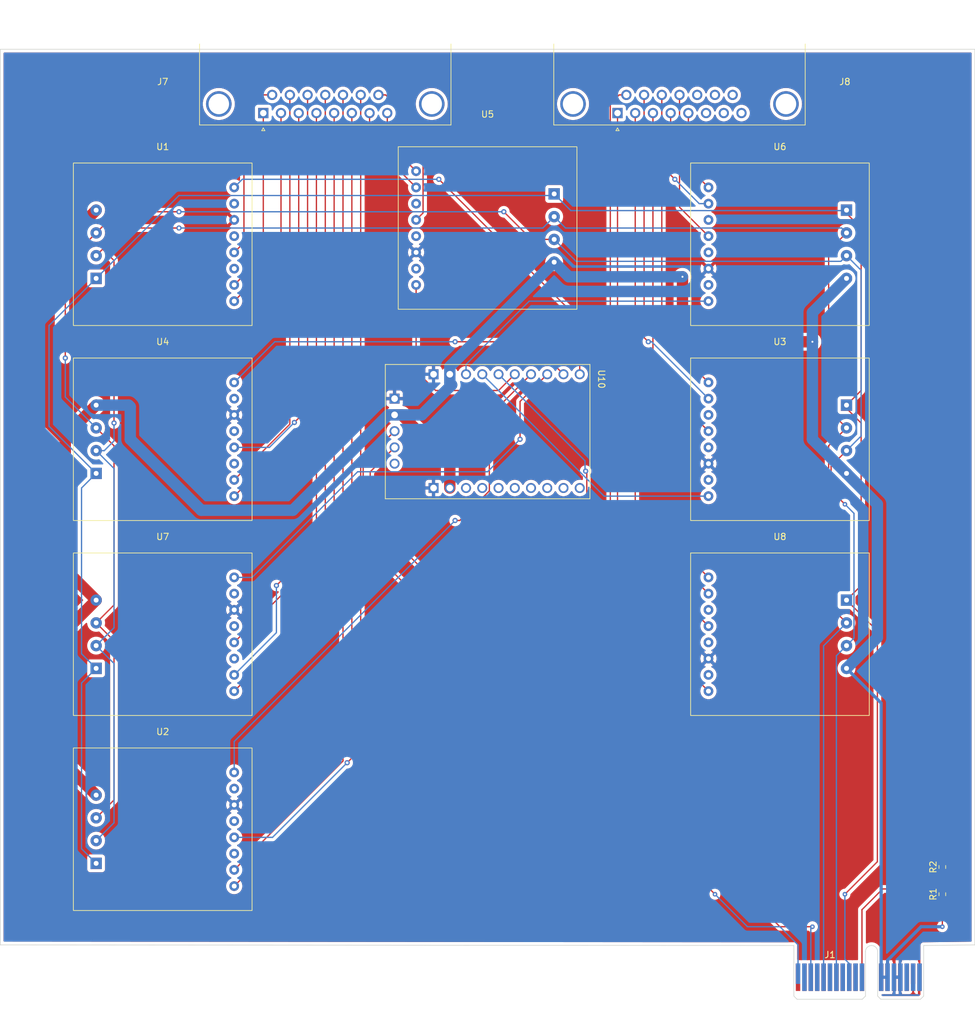
<source format=kicad_pcb>
(kicad_pcb (version 20211014) (generator pcbnew)
  (layers (0 "F.Cu" signal) (31 "B.Cu" signal) (34 "B.Paste" user) (35 "F.Paste" user) (36 "B.SilkS" user "B.Silkscreen") (37 "F.SilkS" user "F.Silkscreen") (38 "B.Mask" user) (39 "F.Mask" user) (44 "Edge.Cuts" user))
  (net 0 "")
  (net 1 "/RTD1_RTD+")
  (net 2 "/RTD1_RTD-")
  (net 3 "/RTD2_F+")
  (net 4 "/RTD6_RTD+")
  (net 5 "/RTD6_RTD-")
  (net 6 "/RTD7_F+")
  (net 7 "+3.3V")
  (net 8 "/RTD1_CS")
  (net 10 "GND")
  (net 12 "/RTD1_F+")
  (net 13 "/RTD4_CS")
  (net 16 "/RTD4_F+")
  (net 17 "/RTD4_RTD+")
  (net 18 "/RTD4_RTD-")
  (net 19 "/RTD7_CS")
  (net 22 "/RTD7_RTD+")
  (net 23 "/RTD7_RTD-")
  (net 24 "/SPI_MISO")
  (net 25 "/SPI_SCK")
  (net 26 "/SPI_MOSI")
  (net 27 "/RTD2_CS")
  (net 30 "/RTD2_RTD+")
  (net 31 "/RTD2_RTD-")
  (net 32 "/RTD5_CS")
  (net 35 "/RTD5_F+")
  (net 37 "/RTD5_RTD+")
  (net 38 "/RTD5_RTD-")
  (net 39 "/RTD8_CS")
  (net 42 "/RTD8_F+")
  (net 43 "/RTD8_RTD+")
  (net 44 "/RTD8_RTD-")
  (net 45 "/RTD3_CS")
  (net 48 "/RTD3_F+")
  (net 49 "/RTD3_RTD+")
  (net 50 "/RTD3_RTD-")
  (net 51 "/RTD6_CS")
  (net 54 "/RTD6_F+")
  (net 55 "/IO_EXP_SD")
  (net 56 "/IO_EXP_SC")
  (net 102 "/BOARD_ID")
  (footprint "MAX31865_Breakout:MAX31865_Breakout" (layer "F.Cu") (at 101.6 43.18 -90)
    (fp_text reference "U5" (at -17.78 0 unlocked) (layer "F.SilkS"))
    (fp_text value "MAX31865")
    (pad "1" thru_hole circle (at 5.334 -10.414) (size 1.778 1.778) (drill 0.762) (layers *.Cu *.Mask) (net 7 "+3.3V"))
    (pad "2" thru_hole circle (at 1.778 -10.414) (size 1.778 1.778) (drill 0.762) (layers *.Cu *.Mask) (net 25 "/SPI_SCK"))
    (pad "3" thru_hole circle (at -1.778 -10.414) (size 1.778 1.778) (drill 0.762) (layers *.Cu *.Mask) (net 24 "/SPI_MISO"))
    (pad "4" thru_hole rect (at -5.334 -10.414) (size 1.778 1.778) (drill 0.762) (layers *.Cu *.Mask) (net 26 "/SPI_MOSI"))
    (pad "5" thru_hole circle (at 8.89 11.176) (size 1.524 1.524) (drill 0.762) (layers *.Cu *.Mask) (net 32 "/RTD5_CS"))
    (pad "6" thru_hole circle (at 6.35 11.176) (size 1.524 1.524) (drill 0.762) (layers *.Cu *.Mask))
    (pad "7" thru_hole circle (at 3.81 11.176) (size 1.524 1.524) (drill 0.762) (layers *.Cu *.Mask) (net 10 "GND"))
    (pad "8" thru_hole circle (at 1.27 11.176) (size 1.524 1.524) (drill 0.762) (layers *.Cu *.Mask))
    (pad "9" thru_hole circle (at -1.27 11.176) (size 1.524 1.524) (drill 0.762) (layers *.Cu *.Mask) (net 35 "/RTD5_F+"))
    (pad "10" thru_hole circle (at -3.81 11.176) (size 1.524 1.524) (drill 0.762) (layers *.Cu *.Mask))
    (pad "11" thru_hole circle (at -6.35 11.176) (size 1.524 1.524) (drill 0.762) (layers *.Cu *.Mask) (net 37 "/RTD5_RTD+"))
    (pad "12" thru_hole circle (at -8.89 11.176) (size 1.524 1.524) (drill 0.762) (layers *.Cu *.Mask) (net 38 "/RTD5_RTD-"))
  )
  (footprint "DSUB_622-015-260-042:DSUB_622-015-260-042" (layer "F.Cu") (at 66.525 25.210331 180)
    (fp_text reference "J7" (at 15.725 4.890331) (layer "F.SilkS"))
    (fp_text value "DSUB1")
    (pad "0" thru_hole circle (at 6.955 1.42 180) (size 4 4) (drill 3.2) (layers *.Cu *.Mask))
    (pad "0" thru_hole circle (at -26.345 1.42 180) (size 4 4) (drill 3.2) (layers *.Cu *.Mask))
    (pad "1" thru_hole rect (at 0 0 180) (size 1.6 1.6) (drill 1) (layers *.Cu *.Mask) (net 1 "/RTD1_RTD+"))
    (pad "2" thru_hole circle (at -2.77 0 180) (size 1.6 1.6) (drill 1) (layers *.Cu *.Mask) (net 2 "/RTD1_RTD-"))
    (pad "3" thru_hole circle (at -5.54 0 180) (size 1.6 1.6) (drill 1) (layers *.Cu *.Mask) (net 3 "/RTD2_F+"))
    (pad "4" thru_hole circle (at -8.31 0 180) (size 1.6 1.6) (drill 1) (layers *.Cu *.Mask) (net 49 "/RTD3_RTD+"))
    (pad "5" thru_hole circle (at -11.08 0 180) (size 1.6 1.6) (drill 1) (layers *.Cu *.Mask) (net 50 "/RTD3_RTD-"))
    (pad "6" thru_hole circle (at -13.85 0 180) (size 1.6 1.6) (drill 1) (layers *.Cu *.Mask) (net 16 "/RTD4_F+"))
    (pad "7" thru_hole circle (at -16.62 0 180) (size 1.6 1.6) (drill 1) (layers *.Cu *.Mask) (net 37 "/RTD5_RTD+"))
    (pad "8" thru_hole circle (at -19.39 0 180) (size 1.6 1.6) (drill 1) (layers *.Cu *.Mask) (net 38 "/RTD5_RTD-"))
    (pad "9" thru_hole circle (at -1.385 2.84 180) (size 1.6 1.6) (drill 1) (layers *.Cu *.Mask) (net 12 "/RTD1_F+"))
    (pad "10" thru_hole circle (at -4.155 2.84 180) (size 1.6 1.6) (drill 1) (layers *.Cu *.Mask) (net 30 "/RTD2_RTD+"))
    (pad "11" thru_hole circle (at -6.925 2.84 180) (size 1.6 1.6) (drill 1) (layers *.Cu *.Mask) (net 31 "/RTD2_RTD-"))
    (pad "12" thru_hole circle (at -9.695 2.84 180) (size 1.6 1.6) (drill 1) (layers *.Cu *.Mask) (net 48 "/RTD3_F+"))
    (pad "13" thru_hole circle (at -12.465 2.84 180) (size 1.6 1.6) (drill 1) (layers *.Cu *.Mask) (net 17 "/RTD4_RTD+"))
    (pad "14" thru_hole circle (at -15.235 2.84 180) (size 1.6 1.6) (drill 1) (layers *.Cu *.Mask) (net 18 "/RTD4_RTD-"))
    (pad "15" thru_hole circle (at -18.005 2.84 180) (size 1.6 1.6) (drill 1) (layers *.Cu *.Mask) (net 35 "/RTD5_F+"))
  )
  (footprint "MAX31865_Breakout:MAX31865_Breakout" (layer "F.Cu") (at 50.8 45.72 90)
    (fp_text reference "U1" (at 15.24 0 unlocked) (layer "F.SilkS"))
    (fp_text value "MAX31865")
    (pad "1" thru_hole circle (at 5.334 -10.414 180) (size 1.778 1.778) (drill 0.762) (layers *.Cu *.Mask) (net 7 "+3.3V"))
    (pad "2" thru_hole circle (at 1.778 -10.414 180) (size 1.778 1.778) (drill 0.762) (layers *.Cu *.Mask) (net 25 "/SPI_SCK"))
    (pad "3" thru_hole circle (at -1.778 -10.414 180) (size 1.778 1.778) (drill 0.762) (layers *.Cu *.Mask) (net 24 "/SPI_MISO"))
    (pad "4" thru_hole rect (at -5.334 -10.414 180) (size 1.778 1.778) (drill 0.762) (layers *.Cu *.Mask) (net 26 "/SPI_MOSI"))
    (pad "5" thru_hole circle (at 8.89 11.176 180) (size 1.524 1.524) (drill 0.762) (layers *.Cu *.Mask) (net 8 "/RTD1_CS"))
    (pad "6" thru_hole circle (at 6.35 11.176 180) (size 1.524 1.524) (drill 0.762) (layers *.Cu *.Mask))
    (pad "7" thru_hole circle (at 3.81 11.176 180) (size 1.524 1.524) (drill 0.762) (layers *.Cu *.Mask) (net 10 "GND"))
    (pad "8" thru_hole circle (at 1.27 11.176 180) (size 1.524 1.524) (drill 0.762) (layers *.Cu *.Mask))
    (pad "9" thru_hole circle (at -1.27 11.176 180) (size 1.524 1.524) (drill 0.762) (layers *.Cu *.Mask) (net 12 "/RTD1_F+"))
    (pad "10" thru_hole circle (at -3.81 11.176 180) (size 1.524 1.524) (drill 0.762) (layers *.Cu *.Mask))
    (pad "11" thru_hole circle (at -6.35 11.176 180) (size 1.524 1.524) (drill 0.762) (layers *.Cu *.Mask) (net 1 "/RTD1_RTD+"))
    (pad "12" thru_hole circle (at -8.89 11.176 180) (size 1.524 1.524) (drill 0.762) (layers *.Cu *.Mask) (net 2 "/RTD1_RTD-"))
  )
  (footprint "MAX31865_Breakout:MAX31865_Breakout" (layer "F.Cu") (at 147.32 76.2 -90)
    (fp_text reference "U3" (at -15.24 0 unlocked) (layer "F.SilkS"))
    (fp_text value "MAX31865")
    (pad "1" thru_hole circle (at 5.334 -10.414) (size 1.778 1.778) (drill 0.762) (layers *.Cu *.Mask) (net 7 "+3.3V"))
    (pad "2" thru_hole circle (at 1.778 -10.414) (size 1.778 1.778) (drill 0.762) (layers *.Cu *.Mask) (net 25 "/SPI_SCK"))
    (pad "3" thru_hole circle (at -1.778 -10.414) (size 1.778 1.778) (drill 0.762) (layers *.Cu *.Mask) (net 24 "/SPI_MISO"))
    (pad "4" thru_hole rect (at -5.334 -10.414) (size 1.778 1.778) (drill 0.762) (layers *.Cu *.Mask) (net 26 "/SPI_MOSI"))
    (pad "5" thru_hole circle (at 8.89 11.176) (size 1.524 1.524) (drill 0.762) (layers *.Cu *.Mask) (net 19 "/RTD7_CS"))
    (pad "6" thru_hole circle (at 6.35 11.176) (size 1.524 1.524) (drill 0.762) (layers *.Cu *.Mask))
    (pad "7" thru_hole circle (at 3.81 11.176) (size 1.524 1.524) (drill 0.762) (layers *.Cu *.Mask) (net 10 "GND"))
    (pad "8" thru_hole circle (at 1.27 11.176) (size 1.524 1.524) (drill 0.762) (layers *.Cu *.Mask))
    (pad "9" thru_hole circle (at -1.27 11.176) (size 1.524 1.524) (drill 0.762) (layers *.Cu *.Mask) (net 6 "/RTD7_F+"))
    (pad "10" thru_hole circle (at -3.81 11.176) (size 1.524 1.524) (drill 0.762) (layers *.Cu *.Mask))
    (pad "11" thru_hole circle (at -6.35 11.176) (size 1.524 1.524) (drill 0.762) (layers *.Cu *.Mask) (net 22 "/RTD7_RTD+"))
    (pad "12" thru_hole circle (at -8.89 11.176) (size 1.524 1.524) (drill 0.762) (layers *.Cu *.Mask) (net 23 "/RTD7_RTD-"))
  )
  (footprint "MAX31865_Breakout:MAX31865_Breakout" (layer "F.Cu") (at 50.8 106.68 90)
    (fp_text reference "U7" (at 15.24 0 unlocked) (layer "F.SilkS"))
    (fp_text value "MAX31865")
    (pad "1" thru_hole circle (at 5.334 -10.414 180) (size 1.778 1.778) (drill 0.762) (layers *.Cu *.Mask) (net 7 "+3.3V"))
    (pad "2" thru_hole circle (at 1.778 -10.414 180) (size 1.778 1.778) (drill 0.762) (layers *.Cu *.Mask) (net 25 "/SPI_SCK"))
    (pad "3" thru_hole circle (at -1.778 -10.414 180) (size 1.778 1.778) (drill 0.762) (layers *.Cu *.Mask) (net 24 "/SPI_MISO"))
    (pad "4" thru_hole rect (at -5.334 -10.414 180) (size 1.778 1.778) (drill 0.762) (layers *.Cu *.Mask) (net 26 "/SPI_MOSI"))
    (pad "5" thru_hole circle (at 8.89 11.176 180) (size 1.524 1.524) (drill 0.762) (layers *.Cu *.Mask) (net 45 "/RTD3_CS"))
    (pad "6" thru_hole circle (at 6.35 11.176 180) (size 1.524 1.524) (drill 0.762) (layers *.Cu *.Mask))
    (pad "7" thru_hole circle (at 3.81 11.176 180) (size 1.524 1.524) (drill 0.762) (layers *.Cu *.Mask) (net 10 "GND"))
    (pad "8" thru_hole circle (at 1.27 11.176 180) (size 1.524 1.524) (drill 0.762) (layers *.Cu *.Mask))
    (pad "9" thru_hole circle (at -1.27 11.176 180) (size 1.524 1.524) (drill 0.762) (layers *.Cu *.Mask) (net 48 "/RTD3_F+"))
    (pad "10" thru_hole circle (at -3.81 11.176 180) (size 1.524 1.524) (drill 0.762) (layers *.Cu *.Mask))
    (pad "11" thru_hole circle (at -6.35 11.176 180) (size 1.524 1.524) (drill 0.762) (layers *.Cu *.Mask) (net 49 "/RTD3_RTD+"))
    (pad "12" thru_hole circle (at -8.89 11.176 180) (size 1.524 1.524) (drill 0.762) (layers *.Cu *.Mask) (net 50 "/RTD3_RTD-"))
  )
  (footprint "MAX31865_Breakout:MAX31865_Breakout" (layer "F.Cu") (at 147.32 45.72 -90)
    (fp_text reference "U6" (at -15.24 0 unlocked) (layer "F.SilkS"))
    (fp_text value "MAX31865")
    (pad "1" thru_hole circle (at 5.334 -10.414) (size 1.778 1.778) (drill 0.762) (layers *.Cu *.Mask) (net 7 "+3.3V"))
    (pad "2" thru_hole circle (at 1.778 -10.414) (size 1.778 1.778) (drill 0.762) (layers *.Cu *.Mask) (net 25 "/SPI_SCK"))
    (pad "3" thru_hole circle (at -1.778 -10.414) (size 1.778 1.778) (drill 0.762) (layers *.Cu *.Mask) (net 24 "/SPI_MISO"))
    (pad "4" thru_hole rect (at -5.334 -10.414) (size 1.778 1.778) (drill 0.762) (layers *.Cu *.Mask) (net 26 "/SPI_MOSI"))
    (pad "5" thru_hole circle (at 8.89 11.176) (size 1.524 1.524) (drill 0.762) (layers *.Cu *.Mask) (net 39 "/RTD8_CS"))
    (pad "6" thru_hole circle (at 6.35 11.176) (size 1.524 1.524) (drill 0.762) (layers *.Cu *.Mask))
    (pad "7" thru_hole circle (at 3.81 11.176) (size 1.524 1.524) (drill 0.762) (layers *.Cu *.Mask) (net 10 "GND"))
    (pad "8" thru_hole circle (at 1.27 11.176) (size 1.524 1.524) (drill 0.762) (layers *.Cu *.Mask))
    (pad "9" thru_hole circle (at -1.27 11.176) (size 1.524 1.524) (drill 0.762) (layers *.Cu *.Mask) (net 42 "/RTD8_F+"))
    (pad "10" thru_hole circle (at -3.81 11.176) (size 1.524 1.524) (drill 0.762) (layers *.Cu *.Mask))
    (pad "11" thru_hole circle (at -6.35 11.176) (size 1.524 1.524) (drill 0.762) (layers *.Cu *.Mask) (net 43 "/RTD8_RTD+"))
    (pad "12" thru_hole circle (at -8.89 11.176) (size 1.524 1.524) (drill 0.762) (layers *.Cu *.Mask) (net 44 "/RTD8_RTD-"))
  )
  (footprint "MAX31865_Breakout:MAX31865_Breakout" (layer "F.Cu") (at 50.8 76.2 90)
    (fp_text reference "U4" (at 15.24 0 unlocked) (layer "F.SilkS"))
    (fp_text value "MAX31865")
    (pad "1" thru_hole circle (at 5.334 -10.414 180) (size 1.778 1.778) (drill 0.762) (layers *.Cu *.Mask) (net 7 "+3.3V"))
    (pad "2" thru_hole circle (at 1.778 -10.414 180) (size 1.778 1.778) (drill 0.762) (layers *.Cu *.Mask) (net 25 "/SPI_SCK"))
    (pad "3" thru_hole circle (at -1.778 -10.414 180) (size 1.778 1.778) (drill 0.762) (layers *.Cu *.Mask) (net 24 "/SPI_MISO"))
    (pad "4" thru_hole rect (at -5.334 -10.414 180) (size 1.778 1.778) (drill 0.762) (layers *.Cu *.Mask) (net 26 "/SPI_MOSI"))
    (pad "5" thru_hole circle (at 8.89 11.176 180) (size 1.524 1.524) (drill 0.762) (layers *.Cu *.Mask) (net 27 "/RTD2_CS"))
    (pad "6" thru_hole circle (at 6.35 11.176 180) (size 1.524 1.524) (drill 0.762) (layers *.Cu *.Mask))
    (pad "7" thru_hole circle (at 3.81 11.176 180) (size 1.524 1.524) (drill 0.762) (layers *.Cu *.Mask) (net 10 "GND"))
    (pad "8" thru_hole circle (at 1.27 11.176 180) (size 1.524 1.524) (drill 0.762) (layers *.Cu *.Mask))
    (pad "9" thru_hole circle (at -1.27 11.176 180) (size 1.524 1.524) (drill 0.762) (layers *.Cu *.Mask) (net 3 "/RTD2_F+"))
    (pad "10" thru_hole circle (at -3.81 11.176 180) (size 1.524 1.524) (drill 0.762) (layers *.Cu *.Mask))
    (pad "11" thru_hole circle (at -6.35 11.176 180) (size 1.524 1.524) (drill 0.762) (layers *.Cu *.Mask) (net 30 "/RTD2_RTD+"))
    (pad "12" thru_hole circle (at -8.89 11.176 180) (size 1.524 1.524) (drill 0.762) (layers *.Cu *.Mask) (net 31 "/RTD2_RTD-"))
  )
  (footprint "Resistor_SMD:R_0603_1608Metric" (layer "F.Cu") (at 172.72 143.065 90)
    (fp_text reference "R2" (at 0 -1.43 90) (layer "F.SilkS"))
    (fp_text value "650")
    (pad "1" smd roundrect (at -0.825 0 90) (size 0.8 0.95) (layers "F.Cu" "F.Paste" "F.Mask") (net 102 "/BOARD_ID"))
    (pad "2" smd roundrect (at 0.825 0 90) (size 0.8 0.95) (layers "F.Cu" "F.Paste" "F.Mask") (net 10 "GND"))
  )
  (footprint "MAX31865_Breakout:MAX31865_Breakout" (layer "F.Cu") (at 50.8 137.16 90)
    (fp_text reference "U2" (at 15.24 0 unlocked) (layer "F.SilkS"))
    (fp_text value "MAX31865")
    (pad "1" thru_hole circle (at 5.334 -10.414 180) (size 1.778 1.778) (drill 0.762) (layers *.Cu *.Mask) (net 7 "+3.3V"))
    (pad "2" thru_hole circle (at 1.778 -10.414 180) (size 1.778 1.778) (drill 0.762) (layers *.Cu *.Mask) (net 25 "/SPI_SCK"))
    (pad "3" thru_hole circle (at -1.778 -10.414 180) (size 1.778 1.778) (drill 0.762) (layers *.Cu *.Mask) (net 24 "/SPI_MISO"))
    (pad "4" thru_hole rect (at -5.334 -10.414 180) (size 1.778 1.778) (drill 0.762) (layers *.Cu *.Mask) (net 26 "/SPI_MOSI"))
    (pad "5" thru_hole circle (at 8.89 11.176 180) (size 1.524 1.524) (drill 0.762) (layers *.Cu *.Mask) (net 13 "/RTD4_CS"))
    (pad "6" thru_hole circle (at 6.35 11.176 180) (size 1.524 1.524) (drill 0.762) (layers *.Cu *.Mask))
    (pad "7" thru_hole circle (at 3.81 11.176 180) (size 1.524 1.524) (drill 0.762) (layers *.Cu *.Mask) (net 10 "GND"))
    (pad "8" thru_hole circle (at 1.27 11.176 180) (size 1.524 1.524) (drill 0.762) (layers *.Cu *.Mask))
    (pad "9" thru_hole circle (at -1.27 11.176 180) (size 1.524 1.524) (drill 0.762) (layers *.Cu *.Mask) (net 16 "/RTD4_F+"))
    (pad "10" thru_hole circle (at -3.81 11.176 180) (size 1.524 1.524) (drill 0.762) (layers *.Cu *.Mask))
    (pad "11" thru_hole circle (at -6.35 11.176 180) (size 1.524 1.524) (drill 0.762) (layers *.Cu *.Mask) (net 17 "/RTD4_RTD+"))
    (pad "12" thru_hole circle (at -8.89 11.176 180) (size 1.524 1.524) (drill 0.762) (layers *.Cu *.Mask) (net 18 "/RTD4_RTD-"))
  )
  (footprint "DSUB_622-015-260-042:DSUB_622-015-260-042" (layer "F.Cu") (at 121.92 25.210331 180)
    (fp_text reference "J8" (at -35.56 4.890331) (layer "F.SilkS"))
    (fp_text value "DSUB2")
    (pad "0" thru_hole circle (at -26.345 1.42 180) (size 4 4) (drill 3.2) (layers *.Cu *.Mask))
    (pad "0" thru_hole circle (at 6.955 1.42 180) (size 4 4) (drill 3.2) (layers *.Cu *.Mask))
    (pad "1" thru_hole rect (at 0 0 180) (size 1.6 1.6) (drill 1) (layers *.Cu *.Mask) (net 4 "/RTD6_RTD+"))
    (pad "2" thru_hole circle (at -2.77 0 180) (size 1.6 1.6) (drill 1) (layers *.Cu *.Mask) (net 5 "/RTD6_RTD-"))
    (pad "3" thru_hole circle (at -5.54 0 180) (size 1.6 1.6) (drill 1) (layers *.Cu *.Mask) (net 6 "/RTD7_F+"))
    (pad "4" thru_hole circle (at -8.31 0 180) (size 1.6 1.6) (drill 1) (layers *.Cu *.Mask) (net 43 "/RTD8_RTD+"))
    (pad "5" thru_hole circle (at -11.08 0 180) (size 1.6 1.6) (drill 1) (layers *.Cu *.Mask) (net 44 "/RTD8_RTD-"))
    (pad "6" thru_hole circle (at -13.85 0 180) (size 1.6 1.6) (drill 1) (layers *.Cu *.Mask))
    (pad "7" thru_hole circle (at -16.62 0 180) (size 1.6 1.6) (drill 1) (layers *.Cu *.Mask))
    (pad "8" thru_hole circle (at -19.39 0 180) (size 1.6 1.6) (drill 1) (layers *.Cu *.Mask))
    (pad "9" thru_hole circle (at -1.385 2.84 180) (size 1.6 1.6) (drill 1) (layers *.Cu *.Mask) (net 54 "/RTD6_F+"))
    (pad "10" thru_hole circle (at -4.155 2.84 180) (size 1.6 1.6) (drill 1) (layers *.Cu *.Mask) (net 22 "/RTD7_RTD+"))
    (pad "11" thru_hole circle (at -6.925 2.84 180) (size 1.6 1.6) (drill 1) (layers *.Cu *.Mask) (net 23 "/RTD7_RTD-"))
    (pad "12" thru_hole circle (at -9.695 2.84 180) (size 1.6 1.6) (drill 1) (layers *.Cu *.Mask) (net 42 "/RTD8_F+"))
    (pad "13" thru_hole circle (at -12.465 2.84 180) (size 1.6 1.6) (drill 1) (layers *.Cu *.Mask))
    (pad "14" thru_hole circle (at -15.235 2.84 180) (size 1.6 1.6) (drill 1) (layers *.Cu *.Mask))
    (pad "15" thru_hole circle (at -18.005 2.84 180) (size 1.6 1.6) (drill 1) (layers *.Cu *.Mask))
  )
  (footprint "Resistor_SMD:R_0603_1608Metric" (layer "F.Cu") (at 172.72 147.32 90)
    (fp_text reference "R1" (at 0 -1.43 90) (layer "F.SilkS"))
    (fp_text value "1k")
    (pad "1" smd roundrect (at -0.825 0 90) (size 0.8 0.95) (layers "F.Cu" "F.Paste" "F.Mask") (net 7 "+3.3V"))
    (pad "2" smd roundrect (at 0.825 0 90) (size 0.8 0.95) (layers "F.Cu" "F.Paste" "F.Mask") (net 102 "/BOARD_ID"))
  )
  (footprint "PCF8575_Breakout:PCF8575_Breakout" (layer "F.Cu") (at 85.6125 64.5136 -90)
    (fp_text reference "U10" (at 2.28 -33.8 -90 unlocked) (layer "F.SilkS"))
    (fp_text value "PCF8575_Breakout")
    (pad "1" thru_hole circle (at 1.5264 -30.4 270) (size 1.56 1.56) (drill 1.04) (layers *.Cu *.Mask) (net 8 "/RTD1_CS"))
    (pad "2" thru_hole circle (at 1.5264 -27.86 270) (size 1.56 1.56) (drill 1.04) (layers *.Cu *.Mask) (net 27 "/RTD2_CS"))
    (pad "3" thru_hole circle (at 1.5264 -25.32 270) (size 1.56 1.56) (drill 1.04) (layers *.Cu *.Mask) (net 45 "/RTD3_CS"))
    (pad "4" thru_hole circle (at 1.5264 -22.78 270) (size 1.56 1.56) (drill 1.04) (layers *.Cu *.Mask) (net 13 "/RTD4_CS"))
    (pad "5" thru_hole circle (at 1.5264 -20.24 270) (size 1.56 1.56) (drill 1.04) (layers *.Cu *.Mask) (net 32 "/RTD5_CS"))
    (pad "6" thru_hole circle (at 1.5264 -17.7 270) (size 1.56 1.56) (drill 1.04) (layers *.Cu *.Mask) (net 51 "/RTD6_CS"))
    (pad "7" thru_hole circle (at 1.5264 -15.16 270) (size 1.56 1.56) (drill 1.04) (layers *.Cu *.Mask) (net 19 "/RTD7_CS"))
    (pad "8" thru_hole circle (at 1.5264 -12.62 270) (size 1.56 1.56) (drill 1.04) (layers *.Cu *.Mask) (net 39 "/RTD8_CS"))
    (pad "9" thru_hole circle (at 1.5264 -10.08 270) (size 1.56 1.56) (drill 1.04) (layers *.Cu *.Mask) (net 7 "+3.3V"))
    (pad "10" thru_hole rect (at 1.5264 -7.54 270) (size 1.56 1.56) (drill 1.04) (layers *.Cu *.Mask) (net 10 "GND"))
    (pad "11" thru_hole rect (at 5.3364 -1.444) (size 1.56 1.56) (drill 1.04) (layers *.Cu *.Mask) (net 10 "GND"))
    (pad "12" thru_hole circle (at 7.8764 -1.444) (size 1.56 1.56) (drill 1.04) (layers *.Cu *.Mask) (net 7 "+3.3V"))
    (pad "13" thru_hole circle (at 10.4164 -1.444) (size 1.56 1.56) (drill 1.04) (layers *.Cu *.Mask) (net 55 "/IO_EXP_SD"))
    (pad "14" thru_hole circle (at 12.9564 -1.444) (size 1.56 1.56) (drill 1.04) (layers *.Cu *.Mask) (net 56 "/IO_EXP_SC"))
    (pad "15" thru_hole circle (at 15.4964 -1.444) (size 1.56 1.56) (drill 1.04) (layers *.Cu *.Mask))
    (pad "16" thru_hole rect (at 19.30584 -7.54 270) (size 1.56 1.56) (drill 1.04) (layers *.Cu *.Mask) (net 10 "GND"))
    (pad "17" thru_hole circle (at 19.30584 -10.08 270) (size 1.56 1.56) (drill 1.04) (layers *.Cu *.Mask) (net 7 "+3.3V"))
    (pad "18" thru_hole circle (at 19.30584 -12.62 270) (size 1.56 1.56) (drill 1.04) (layers *.Cu *.Mask))
    (pad "19" thru_hole circle (at 19.30584 -15.16 270) (size 1.56 1.56) (drill 1.04) (layers *.Cu *.Mask))
    (pad "20" thru_hole circle (at 19.30584 -17.7 270) (size 1.56 1.56) (drill 1.04) (layers *.Cu *.Mask))
    (pad "21" thru_hole circle (at 19.30584 -20.24 270) (size 1.56 1.56) (drill 1.04) (layers *.Cu *.Mask))
    (pad "22" thru_hole circle (at 19.30584 -22.78 270) (size 1.56 1.56) (drill 1.04) (layers *.Cu *.Mask))
    (pad "23" thru_hole circle (at 19.30584 -25.32 270) (size 1.56 1.56) (drill 1.04) (layers *.Cu *.Mask))
    (pad "24" thru_hole circle (at 19.30584 -27.86 270) (size 1.56 1.56) (drill 1.04) (layers *.Cu *.Mask))
    (pad "25" thru_hole circle (at 19.30584 -30.4 270) (size 1.56 1.56) (drill 1.04) (layers *.Cu *.Mask))
  )
  (footprint "MAX31865_Breakout:MAX31865_Breakout" (layer "F.Cu") (at 147.32 106.68 -90)
    (fp_text reference "U8" (at -15.24 0 unlocked) (layer "F.SilkS"))
    (fp_text value "MAX31865")
    (pad "1" thru_hole circle (at 5.334 -10.414) (size 1.778 1.778) (drill 0.762) (layers *.Cu *.Mask) (net 7 "+3.3V"))
    (pad "2" thru_hole circle (at 1.778 -10.414) (size 1.778 1.778) (drill 0.762) (layers *.Cu *.Mask) (net 25 "/SPI_SCK"))
    (pad "3" thru_hole circle (at -1.778 -10.414) (size 1.778 1.778) (drill 0.762) (layers *.Cu *.Mask) (net 24 "/SPI_MISO"))
    (pad "4" thru_hole rect (at -5.334 -10.414) (size 1.778 1.778) (drill 0.762) (layers *.Cu *.Mask) (net 26 "/SPI_MOSI"))
    (pad "5" thru_hole circle (at 8.89 11.176) (size 1.524 1.524) (drill 0.762) (layers *.Cu *.Mask) (net 51 "/RTD6_CS"))
    (pad "6" thru_hole circle (at 6.35 11.176) (size 1.524 1.524) (drill 0.762) (layers *.Cu *.Mask))
    (pad "7" thru_hole circle (at 3.81 11.176) (size 1.524 1.524) (drill 0.762) (layers *.Cu *.Mask) (net 10 "GND"))
    (pad "8" thru_hole circle (at 1.27 11.176) (size 1.524 1.524) (drill 0.762) (layers *.Cu *.Mask))
    (pad "9" thru_hole circle (at -1.27 11.176) (size 1.524 1.524) (drill 0.762) (layers *.Cu *.Mask) (net 54 "/RTD6_F+"))
    (pad "10" thru_hole circle (at -3.81 11.176) (size 1.524 1.524) (drill 0.762) (layers *.Cu *.Mask))
    (pad "11" thru_hole circle (at -6.35 11.176) (size 1.524 1.524) (drill 0.762) (layers *.Cu *.Mask) (net 4 "/RTD6_RTD+"))
    (pad "12" thru_hole circle (at -8.89 11.176) (size 1.524 1.524) (drill 0.762) (layers *.Cu *.Mask) (net 5 "/RTD6_RTD-"))
  )
  (footprint "Connector_PCBEdge:BUS_PCIexpress_x1" (layer "F.Cu") (at 150.15 160.29)
    (fp_text reference "J1" (at 5 -3.5) (layer "F.SilkS"))
    (fp_text value "PCIE-LP-01-01-F-DV-A-TR")
    (fp_line (start 12.45 -4) (end 12.45 2.95) (layer "Edge.Cuts") (width 0.1))
    (fp_line (start -0.15 3.45) (end 10.05 3.45) (layer "Edge.Cuts") (width 0.1))
    (fp_line (start 19.65 2.95) (end 19.15 3.45) (layer "Edge.Cuts") (width 0.1))
    (fp_line (start 12.45 2.95) (end 12.95 3.45) (layer "Edge.Cuts") (width 0.1))
    (fp_line (start 10.55 2.95) (end 10.05 3.45) (layer "Edge.Cuts") (width 0.1))
    (fp_line (start 12.95 3.45) (end 19.15 3.45) (layer "Edge.Cuts") (width 0.1))
    (fp_line (start 10.55 -4) (end 10.55 2.95) (layer "Edge.Cuts") (width 0.1))
    (fp_line (start -0.65 -4.95) (end -0.65 2.95) (layer "Edge.Cuts") (width 0.1))
    (fp_line (start 19.65 -4.95) (end 19.65 2.95) (layer "Edge.Cuts") (width 0.1))
    (fp_line (start -0.65 2.95) (end -0.15 3.45) (layer "Edge.Cuts") (width 0.1))
    (fp_arc (start 10.55 -4) (mid 11.5 -4.95) (end 12.45 -4) (layer "Edge.Cuts") (width 0.1))
    (pad "A1" connect rect (at 0 -0.55) (size 0.7 3.2) (layers "B.Cu" "B.Mask") (net 55 "/IO_EXP_SD"))
    (pad "A2" connect rect (at 1 0) (size 0.7 4.3) (layers "B.Cu" "B.Mask"))
    (pad "A3" connect rect (at 2 0) (size 0.7 4.3) (layers "B.Cu" "B.Mask") (net 56 "/IO_EXP_SC"))
    (pad "A4" connect rect (at 3 0) (size 0.7 4.3) (layers "B.Cu" "B.Mask"))
    (pad "A5" connect rect (at 4 0) (size 0.7 4.3) (layers "B.Cu" "B.Mask") (net 24 "/SPI_MISO"))
    (pad "A6" connect rect (at 5 0) (size 0.7 4.3) (layers "B.Cu" "B.Mask"))
    (pad "A7" connect rect (at 6 0) (size 0.7 4.3) (layers "B.Cu" "B.Mask") (net 25 "/SPI_SCK"))
    (pad "A8" connect rect (at 7 0) (size 0.7 4.3) (layers "B.Cu" "B.Mask"))
    (pad "A9" connect rect (at 8 0) (size 0.7 4.3) (layers "B.Cu" "B.Mask") (net 26 "/SPI_MOSI"))
    (pad "A10" connect rect (at 9 0) (size 0.7 4.3) (layers "B.Cu" "B.Mask"))
    (pad "A11" connect rect (at 10 0) (size 0.7 4.3) (layers "B.Cu" "B.Mask"))
    (pad "A12" connect rect (at 13 0) (size 0.7 4.3) (layers "B.Cu" "B.Mask") (net 7 "+3.3V"))
    (pad "A13" connect rect (at 14 0) (size 0.7 4.3) (layers "B.Cu" "B.Mask") (net 7 "+3.3V"))
    (pad "A14" connect rect (at 15 0) (size 0.7 4.3) (layers "B.Cu" "B.Mask") (net 10 "GND"))
    (pad "A15" connect rect (at 16 0) (size 0.7 4.3) (layers "B.Cu" "B.Mask") (net 10 "GND"))
    (pad "A16" connect rect (at 17 0) (size 0.7 4.3) (layers "B.Cu" "B.Mask"))
    (pad "A17" connect rect (at 18 0) (size 0.7 4.3) (layers "B.Cu" "B.Mask"))
    (pad "A18" connect rect (at 19 0) (size 0.7 4.3) (layers "B.Cu" "B.Mask"))
    (pad "B1" connect rect (at 0 0) (size 0.7 4.3) (layers "F.Cu" "F.Mask"))
    (pad "B2" connect rect (at 1 0) (size 0.7 4.3) (layers "F.Cu" "F.Mask"))
    (pad "B3" connect rect (at 2 0) (size 0.7 4.3) (layers "F.Cu" "F.Mask"))
    (pad "B4" connect rect (at 3 0) (size 0.7 4.3) (layers "F.Cu" "F.Mask"))
    (pad "B5" connect rect (at 4 0) (size 0.7 4.3) (layers "F.Cu" "F.Mask"))
    (pad "B6" connect rect (at 5 0) (size 0.7 4.3) (layers "F.Cu" "F.Mask"))
    (pad "B7" connect rect (at 6 0) (size 0.7 4.3) (layers "F.Cu" "F.Mask"))
    (pad "B8" connect rect (at 7 0) (size 0.7 4.3) (layers "F.Cu" "F.Mask"))
    (pad "B9" connect rect (at 8 0) (size 0.7 4.3) (layers "F.Cu" "F.Mask"))
    (pad "B10" connect rect (at 9 0) (size 0.7 4.3) (layers "F.Cu" "F.Mask"))
    (pad "B11" connect rect (at 10 0) (size 0.7 4.3) (layers "F.Cu" "F.Mask") (net 102 "/BOARD_ID"))
    (pad "B12" connect rect (at 13 0) (size 0.7 4.3) (layers "F.Cu" "F.Mask"))
    (pad "B13" connect rect (at 14 0) (size 0.7 4.3) (layers "F.Cu" "F.Mask"))
    (pad "B14" connect rect (at 15 0) (size 0.7 4.3) (layers "F.Cu" "F.Mask") (net 10 "GND"))
    (pad "B15" connect rect (at 16 0) (size 0.7 4.3) (layers "F.Cu" "F.Mask") (net 10 "GND"))
    (pad "B16" connect rect (at 17 0) (size 0.7 4.3) (layers "F.Cu" "F.Mask"))
    (pad "B17" connect rect (at 18 -0.55) (size 0.7 3.2) (layers "F.Cu" "F.Mask"))
    (pad "B18" connect rect (at 19 0) (size 0.7 4.3) (layers "F.Cu" "F.Mask") (net 10 "GND"))
  )
  (gr_line (start 25.4 15.24) (end 25.4 155.24) (layer "Edge.Cuts") (width 0.1))
  (gr_line (start 25.4 15.24) (end 177.8 15.24) (layer "Edge.Cuts") (width 0.1))
  (gr_line (start 25.4 155.24) (end 149.5 155.34) (layer "Edge.Cuts") (width 0.1))
  (gr_line (start 169.8 155.34) (end 177.8 155.24) (layer "Edge.Cuts") (width 0.1))
  (gr_line (start 177.8 15.24) (end 177.8 155.24) (layer "Edge.Cuts") (width 0.1))
  (segment (start 66.525 47.521) (end 61.976 52.07) (width 0.2032) (layer "F.Cu") (net 1))
  (segment (start 66.525 25.210331) (end 66.525 47.521) (width 0.2032) (layer "F.Cu") (net 1))
  (segment (start 69.295 25.210331) (end 69.295 47.291) (width 0.2032) (layer "F.Cu") (net 2))
  (segment (start 69.295 47.291) (end 61.976 54.61) (width 0.2032) (layer "F.Cu") (net 2))
  (segment (start 72.065 25.210331) (end 72.065 72.888138) (width 0.2032) (layer "F.Cu") (net 3))
  (segment (start 72.065 72.888138) (end 71.3795 73.573638) (width 0.2032) (layer "F.Cu") (net 3))
  (via (at 71.3795 73.573638) (size 0.8) (drill 0.4) (layers "F.Cu" "B.Cu") (net 3))
  (segment (start 67.483138 77.47) (end 61.976 77.47) (width 0.2032) (layer "B.Cu") (net 3))
  (segment (start 71.3795 73.573638) (end 67.483138 77.47) (width 0.2032) (layer "B.Cu") (net 3))
  (segment (start 121.92 86.106) (end 136.144 100.33) (width 0.2032) (layer "F.Cu") (net 4))
  (segment (start 121.92 25.210331) (end 121.92 86.106) (width 0.2032) (layer "F.Cu") (net 4))
  (segment (start 124.69 25.210331) (end 124.69 86.336) (width 0.2032) (layer "F.Cu") (net 5))
  (segment (start 124.69 86.336) (end 136.144 97.79) (width 0.2032) (layer "F.Cu") (net 5))
  (segment (start 127.46 66.246) (end 136.144 74.93) (width 0.2032) (layer "F.Cu") (net 6))
  (segment (start 127.46 25.210331) (end 127.46 66.246) (width 0.2032) (layer "F.Cu") (net 6))
  (segment (start 33.02 73.66) (end 33.02 47.752) (width 1.778) (layer "F.Cu") (net 7))
  (segment (start 35.56 96.52) (end 40.386 101.346) (width 1.778) (layer "F.Cu") (net 7))
  (segment (start 95.6925 79.922914) (end 95.6925 83.81944) (width 1.778) (layer "F.Cu") (net 7))
  (segment (start 35.56 76.2) (end 33.02 73.66) (width 1.778) (layer "F.Cu") (net 7))
  (segment (start 35.56 127) (end 40.386 131.826) (width 1.778) (layer "F.Cu") (net 7))
  (segment (start 87.0565 72.39) (end 88.159586 72.39) (width 1.778) (layer "F.Cu") (net 7))
  (segment (start 88.159586 72.39) (end 95.6925 79.922914) (width 1.778) (layer "F.Cu") (net 7))
  (segment (start 172.72 148.145) (end 172.72 152.4) (width 0.2032) (layer "F.Cu") (net 7))
  (segment (start 40.386 70.866) (end 35.56 75.692) (width 1.778) (layer "F.Cu") (net 7))
  (segment (start 137.16 60.96) (end 152.4 60.96) (width 1.778) (layer "F.Cu") (net 7))
  (segment (start 35.56 75.692) (end 35.56 96.52) (width 1.778) (layer "F.Cu") (net 7))
  (segment (start 132.08 55.88) (end 137.16 60.96) (width 1.778) (layer "F.Cu") (net 7))
  (segment (start 35.56 106.172) (end 35.56 127) (width 1.778) (layer "F.Cu") (net 7))
  (segment (start 132.08 50.8) (end 132.08 55.88) (width 1.778) (layer "F.Cu") (net 7))
  (segment (start 40.386 101.346) (end 35.56 106.172) (width 1.778) (layer "F.Cu") (net 7))
  (segment (start 33.02 47.752) (end 40.386 40.386) (width 1.778) (layer "F.Cu") (net 7))
  (via (at 172.72 152.4) (size 0.7112) (drill 0.3048) (layers "F.Cu" "B.Cu") (net 7))
  (via (at 152.4 60.96) (size 0.7112) (drill 0.3048) (layers "F.Cu" "B.Cu") (net 7))
  (via (at 132.08 50.8) (size 0.7112) (drill 0.3048) (layers "F.Cu" "B.Cu") (net 7))
  (segment (start 152.4 60.96) (end 152.4 56.388) (width 1.778) (layer "B.Cu") (net 7))
  (segment (start 164.15 160.29) (end 164.15 157.64) (width 0.5) (layer "B.Cu") (net 7))
  (segment (start 45.72 71.12) (end 45.72 76.2) (width 1.778) (layer "B.Cu") (net 7))
  (segment (start 87.0565 72.39) (end 91.3025 72.39) (width 1.778) (layer "B.Cu") (net 7))
  (segment (start 45.466 70.866) (end 45.72 71.12) (width 1.778) (layer "B.Cu") (net 7))
  (segment (start 164.15 157.64) (end 168.515 153.275) (width 0.5) (layer "B.Cu") (net 7))
  (segment (start 164.15 160.29) (end 163.15 160.29) (width 0.5) (layer "B.Cu") (net 7))
  (segment (start 152.4 76.2) (end 152.4 60.96) (width 1.778) (layer "B.Cu") (net 7))
  (segment (start 157.734 81.534) (end 162.56 86.36) (width 1.778) (layer "B.Cu") (net 7))
  (segment (start 163.15 117.43) (end 157.734 112.014) (width 0.5) (layer "B.Cu") (net 7))
  (segment (start 169.39 152.4) (end 172.72 152.4) (width 0.5) (layer "B.Cu") (net 7))
  (segment (start 157.734 81.534) (end 152.4 76.2) (width 1.778) (layer "B.Cu") (net 7))
  (segment (start 168.515 153.275) (end 169.39 152.4) (width 0.5) (layer "B.Cu") (net 7))
  (segment (start 86.0478 72.39) (end 87.0565 72.39) (width 1.778) (layer "B.Cu") (net 7))
  (segment (start 163.15 160.29) (end 163.15 117.43) (width 0.5) (layer "B.Cu") (net 7))
  (segment (start 40.386 70.866) (end 45.466 70.866) (width 1.778) (layer "B.Cu") (net 7))
  (segment (start 152.4 56.388) (end 157.734 51.054) (width 1.778) (layer "B.Cu") (net 7))
  (segment (start 91.3025 72.39) (end 95.9825 67.71) (width 1.778) (layer "B.Cu") (net 7))
  (segment (start 162.56 107.188) (end 157.734 112.014) (width 1.778) (layer "B.Cu") (net 7))
  (segment (start 45.72 76.2) (end 56.8198 87.2998) (width 1.778) (layer "B.Cu") (net 7))
  (segment (start 71.138 87.2998) (end 86.0478 72.39) (width 1.778) (layer "B.Cu") (net 7))
  (segment (start 95.6925 64.8355) (end 95.9825 64.5455) (width 1.778) (layer "B.Cu") (net 7))
  (segment (start 112.014 48.514) (end 114.3 50.8) (width 1.778) (layer "B.Cu") (net 7))
  (segment (start 95.6925 66.04) (end 95.6925 64.8355) (width 1.778) (layer "B.Cu") (net 7))
  (segment (start 95.6925 67.42) (end 95.9825 67.71) (width 1.778) (layer "B.Cu") (net 7))
  (segment (start 95.6925 66.04) (end 95.6925 67.42) (width 1.778) (layer "B.Cu") (net 7))
  (segment (start 112.014 48.514) (end 95.9825 64.5455) (width 1.778) (layer "B.Cu") (net 7))
  (segment (start 162.56 86.36) (end 162.56 107.188) (width 1.778) (layer "B.Cu") (net 7))
  (segment (start 56.8198 87.2998) (end 71.138 87.2998) (width 1.778) (layer "B.Cu") (net 7))
  (segment (start 114.3 50.8) (end 132.08 50.8) (width 1.778) (layer "B.Cu") (net 7))
  (segment (start 116.0125 57.5925) (end 116.0125 66.04) (width 0.2032) (layer "F.Cu") (net 8))
  (segment (start 93.98 35.56) (end 116.0125 57.5925) (width 0.2032) (layer "F.Cu") (net 8))
  (via (at 93.98 35.56) (size 0.8) (drill 0.4) (layers "F.Cu" "B.Cu") (net 8))
  (segment (start 61.976 36.83) (end 63.246 35.56) (width 0.2032) (layer "B.Cu") (net 8))
  (segment (start 63.246 35.56) (end 93.98 35.56) (width 0.2032) (layer "B.Cu") (net 8))
  (segment (start 90.424 46.99) (end 93.1525 49.7185) (width 0.2032) (layer "F.Cu") (net 10))
  (segment (start 93.1525 49.7185) (end 93.1525 66.04) (width 0.2032) (layer "F.Cu") (net 10))
  (segment (start 67.91 22.370331) (end 66.529669 22.370331) (width 0.2032) (layer "F.Cu") (net 12))
  (segment (start 63.5 25.4) (end 63.5 45.466) (width 0.2032) (layer "F.Cu") (net 12))
  (segment (start 63.5 45.466) (end 61.976 46.99) (width 0.2032) (layer "F.Cu") (net 12))
  (segment (start 66.529669 22.370331) (end 63.5 25.4) (width 0.2032) (layer "F.Cu") (net 12))
  (segment (start 101.8775 72.555) (end 108.3925 66.04) (width 0.2032) (layer "F.Cu") (net 13))
  (segment (start 96.52 88.9) (end 97.254646 88.9) (width 0.2032) (layer "F.Cu") (net 13))
  (segment (start 97.254646 88.9) (end 101.8775 84.277146) (width 0.2032) (layer "F.Cu") (net 13))
  (segment (start 101.8775 84.277146) (end 101.8775 72.555) (width 0.2032) (layer "F.Cu") (net 13))
  (via (at 96.52 88.9) (size 0.8) (drill 0.4) (layers "F.Cu" "B.Cu") (net 13))
  (segment (start 61.976 128.27) (end 61.976 123.444) (width 0.2032) (layer "B.Cu") (net 13))
  (segment (start 61.976 123.444) (end 96.52 88.9) (width 0.2032) (layer "B.Cu") (net 13))
  (segment (start 80.375 25.210331) (end 80.375 126.024942) (width 0.2032) (layer "F.Cu") (net 16))
  (segment (start 80.375 126.024942) (end 79.636254 126.763688) (width 0.2032) (layer "F.Cu") (net 16))
  (via (at 79.636254 126.763688) (size 0.8) (drill 0.4) (layers "F.Cu" "B.Cu") (net 16))
  (segment (start 67.969942 138.43) (end 61.976 138.43) (width 0.2032) (layer "B.Cu") (net 16))
  (segment (start 79.636254 126.763688) (end 67.969942 138.43) (width 0.2032) (layer "B.Cu") (net 16))
  (segment (start 78.99 126.496) (end 61.976 143.51) (width 0.2032) (layer "F.Cu") (net 17))
  (segment (start 78.99 22.370331) (end 78.99 126.496) (width 0.2032) (layer "F.Cu") (net 17))
  (segment (start 81.76 126.266) (end 61.976 146.05) (width 0.2032) (layer "F.Cu") (net 18))
  (segment (start 81.76 22.370331) (end 81.76 126.266) (width 0.2032) (layer "F.Cu") (net 18))
  (segment (start 136.144 85.09) (end 119.8225 85.09) (width 0.2032) (layer "B.Cu") (net 19))
  (segment (start 119.8225 85.09) (end 100.7725 66.04) (width 0.2032) (layer "B.Cu") (net 19))
  (segment (start 126.075 22.370331) (end 126.075 60.2995) (width 0.2032) (layer "F.Cu") (net 22))
  (segment (start 126.075 60.2995) (end 126.7355 60.96) (width 0.2032) (layer "F.Cu") (net 22))
  (via (at 126.7355 60.96) (size 0.8) (drill 0.4) (layers "F.Cu" "B.Cu") (net 22))
  (segment (start 126.7355 60.96) (end 127.254 60.96) (width 0.2032) (layer "B.Cu") (net 22))
  (segment (start 127.254 60.96) (end 136.144 69.85) (width 0.2032) (layer "B.Cu") (net 22))
  (segment (start 128.845 60.011) (end 136.144 67.31) (width 0.2032) (layer "F.Cu") (net 23))
  (segment (start 128.845 22.370331) (end 128.845 60.011) (width 0.2032) (layer "F.Cu") (net 23))
  (segment (start 44.704 43.18) (end 41.402 46.482) (width 0.2032) (layer "F.Cu") (net 24))
  (segment (start 41.402 46.482) (end 43.18 48.26) (width 0.2032) (layer "F.Cu") (net 24))
  (segment (start 154.94 102.108) (end 157.734 104.902) (width 0.2032) (layer "F.Cu") (net 24))
  (segment (start 157.734 74.422) (end 154.94 77.216) (width 0.2032) (layer "F.Cu") (net 24))
  (segment (start 154.94 71.628) (end 154.94 46.736) (width 0.2032) (layer "F.Cu") (net 24))
  (segment (start 154.94 77.216) (end 154.94 102.108) (width 0.2032) (layer "F.Cu") (net 24))
  (segment (start 41.402 46.482) (end 40.386 47.498) (width 0.2032) (layer "F.Cu") (net 24))
  (segment (start 154.94 46.736) (end 157.734 43.942) (width 0.2032) (layer "F.Cu") (net 24))
  (segment (start 53.34 43.18) (end 44.704 43.18) (width 0.2032) (layer "F.Cu") (net 24))
  (segment (start 43.18 48.26) (end 43.18 73.66) (width 0.2032) (layer "F.Cu") (net 24))
  (segment (start 157.734 74.422) (end 154.94 71.628) (width 0.2032) (layer "F.Cu") (net 24))
  (via (at 53.34 43.18) (size 0.8) (drill 0.4) (layers "F.Cu" "B.Cu") (net 24))
  (via (at 43.18 73.66) (size 0.8) (drill 0.4) (layers "F.Cu" "B.Cu") (net 24))
  (segment (start 40.386 77.978) (end 43.18 80.772) (width 0.2032) (layer "B.Cu") (net 24))
  (segment (start 156.972 43.18) (end 157.734 43.942) (width 0.2032) (layer "B.Cu") (net 24))
  (segment (start 113.792 43.18) (end 156.972 43.18) (width 0.2032) (layer "B.Cu") (net 24))
  (segment (start 41.656 77.978) (end 40.386 77.978) (width 0.2032) (layer "B.Cu") (net 24))
  (segment (start 43.18 111.252) (end 43.18 136.144) (width 0.2032) (layer "B.Cu") (net 24))
  (segment (start 43.18 73.66) (end 43.18 76.454) (width 0.2032) (layer "B.Cu") (net 24))
  (segment (start 43.18 76.454) (end 41.656 77.978) (width 0.2032) (layer "B.Cu") (net 24))
  (segment (start 154.15 108.486) (end 157.734 104.902) (width 0.2032) (layer "B.Cu") (net 24))
  (segment (start 40.386 108.458) (end 43.18 111.252) (width 0.2032) (layer "B.Cu") (net 24))
  (segment (start 154.15 160.29) (end 154.15 108.486) (width 0.2032) (layer "B.Cu") (net 24))
  (segment (start 43.18 105.664) (end 40.386 108.458) (width 0.2032) (layer "B.Cu") (net 24))
  (segment (start 43.18 80.772) (end 43.18 105.664) (width 0.2032) (layer "B.Cu") (net 24))
  (segment (start 110.236 43.18) (end 53.34 43.18) (width 0.2032) (layer "B.Cu") (net 24))
  (segment (start 43.18 136.144) (end 40.386 138.938) (width 0.2032) (layer "B.Cu") (net 24))
  (segment (start 112.014 41.402) (end 113.792 43.18) (width 0.2032) (layer "B.Cu") (net 24))
  (segment (start 112.014 41.402) (end 110.236 43.18) (width 0.2032) (layer "B.Cu") (net 24))
  (segment (start 40.386 74.422) (end 43.18 77.216) (width 0.2032) (layer "F.Cu") (net 25))
  (segment (start 155.321 84.201) (end 155.321 80.391) (width 0.2032) (layer "F.Cu") (net 25))
  (segment (start 40.386 43.942) (end 43.688 40.64) (width 0.2032) (layer "F.Cu") (net 25))
  (segment (start 43.18 107.696) (end 43.18 132.588) (width 0.2032) (layer "F.Cu") (net 25))
  (segment (start 104.14 40.64) (end 108.458 44.958) (width 0.2032) (layer "F.Cu") (net 25))
  (segment (start 40.386 43.942) (end 35.56 48.768) (width 0.2032) (layer "F.Cu") (net 25))
  (segment (start 43.688 40.64) (end 53.34 40.64) (width 0.2032) (layer "F.Cu") (net 25))
  (segment (start 43.18 77.216) (end 43.18 102.108) (width 0.2032) (layer "F.Cu") (net 25))
  (segment (start 108.458 44.958) (end 112.014 44.958) (width 0.2032) (layer "F.Cu") (net 25))
  (segment (start 43.18 102.108) (end 40.386 104.902) (width 0.2032) (layer "F.Cu") (net 25))
  (segment (start 157.48 86.36) (end 155.321 84.201) (width 0.2032) (layer "F.Cu") (net 25))
  (segment (start 35.56 48.768) (end 35.56 63.5) (width 0.2032) (layer "F.Cu") (net 25))
  (segment (start 40.386 104.902) (end 43.18 107.696) (width 0.2032) (layer "F.Cu") (net 25))
  (segment (start 155.321 80.391) (end 157.734 77.978) (width 0.2032) (layer "F.Cu") (net 25))
  (segment (start 43.18 132.588) (end 40.386 135.382) (width 0.2032) (layer "F.Cu") (net 25))
  (via (at 157.48 86.36) (size 0.7112) (drill 0.3048) (layers "F.Cu" "B.Cu") (net 25))
  (via (at 35.56 63.5) (size 0.8) (drill 0.4) (layers "F.Cu" "B.Cu") (net 25))
  (via (at 53.34 40.64) (size 0.8) (drill 0.4) (layers "F.Cu" "B.Cu") (net 25))
  (via (at 104.14 40.64) (size 0.8) (drill 0.4) (layers "F.Cu" "B.Cu") (net 25))
  (segment (start 160.02 49.784) (end 157.734 47.498) (width 0.2032) (layer "B.Cu") (net 25))
  (segment (start 115.442999 48.386999) (end 156.845001 48.386999) (width 0.2032) (layer "B.Cu") (net 25))
  (segment (start 35.56 69.596) (end 35.56 68.58) (width 0.2032) (layer "B.Cu") (net 25))
  (segment (start 157.734 108.458) (end 158.9024 107.2896) (width 0.2032) (layer "B.Cu") (net 25))
  (segment (start 35.56 63.5) (end 35.56 68.58) (width 0.2032) (layer "B.Cu") (net 25))
  (segment (start 157.734 77.978) (end 160.02 75.692) (width 0.2032) (layer "B.Cu") (net 25))
  (segment (start 158.9024 107.2896) (end 158.9024 87.7824) (width 0.2032) (layer "B.Cu") (net 25))
  (segment (start 156.845001 48.386999) (end 157.734 47.498) (width 0.2032) (layer "B.Cu") (net 25))
  (segment (start 112.014 44.958) (end 115.442999 48.386999) (width 0.2032) (layer "B.Cu") (net 25))
  (segment (start 53.34 40.64) (end 104.14 40.64) (width 0.2032) (layer "B.Cu") (net 25))
  (segment (start 40.386 74.422) (end 35.56 69.596) (width 0.2032) (layer "B.Cu") (net 25))
  (segment (start 157.734 108.458) (end 156.15 110.042) (width 0.2032) (layer "B.Cu") (net 25))
  (segment (start 158.9024 87.7824) (end 157.48 86.36) (width 0.2032) (layer "B.Cu") (net 25))
  (segment (start 160.02 75.692) (end 160.02 49.784) (width 0.2032) (layer "B.Cu") (net 25))
  (segment (start 156.15 110.042) (end 156.15 160.29) (width 0.2032) (layer "B.Cu") (net 25))
  (segment (start 157.734 40.386) (end 157.734 40.894) (width 0.2032) (layer "F.Cu") (net 26))
  (segment (start 162.56 142.24) (end 157.48 147.32) (width 0.2032) (layer "F.Cu") (net 26))
  (segment (start 157.734 101.346) (end 162.56 106.172) (width 0.2032) (layer "F.Cu") (net 26))
  (segment (start 160.02 43.18) (end 160.02 68.58) (width 0.2032) (layer "F.Cu") (net 26))
  (segment (start 157.734 71.374) (end 160.02 73.66) (width 0.2032) (layer "F.Cu") (net 26))
  (segment (start 160.02 99.06) (end 157.734 101.346) (width 0.2032) (layer "F.Cu") (net 26))
  (segment (start 160.02 68.58) (end 157.734 70.866) (width 0.2032) (layer "F.Cu") (net 26))
  (segment (start 157.734 70.866) (end 157.734 71.374) (width 0.2032) (layer "F.Cu") (net 26))
  (segment (start 162.56 106.172) (end 162.56 142.24) (width 0.2032) (layer "F.Cu") (net 26))
  (segment (start 157.734 40.894) (end 160.02 43.18) (width 0.2032) (layer "F.Cu") (net 26))
  (segment (start 160.02 73.66) (end 160.02 99.06) (width 0.2032) (layer "F.Cu") (net 26))
  (via (at 157.48 147.32) (size 0.7112) (drill 0.3048) (layers "F.Cu" "B.Cu") (net 26))
  (segment (start 38.1 114.3) (end 38.1 140.208) (width 0.2032) (layer "B.Cu") (net 26))
  (segment (start 33.02 58.42) (end 33.02 74.168) (width 0.2032) (layer "B.Cu") (net 26))
  (segment (start 38.1 140.208) (end 40.386 142.494) (width 0.2032) (layer "B.Cu") (net 26))
  (segment (start 111.76 38.1) (end 112.014 37.846) (width 0.2032) (layer "B.Cu") (net 26))
  (segment (start 40.386 51.054) (end 53.34 38.1) (width 0.2032) (layer "B.Cu") (net 26))
  (segment (start 38.1 109.728) (end 40.386 112.014) (width 0.2032) (layer "B.Cu") (net 26))
  (segment (start 40.386 112.014) (end 38.1 114.3) (width 0.2032) (layer "B.Cu") (net 26))
  (segment (start 40.386 81.534) (end 38.1 83.82) (width 0.2032) (layer "B.Cu") (net 26))
  (segment (start 33.02 74.168) (end 40.386 81.534) (width 0.2032) (layer "B.Cu") (net 26))
  (segment (start 38.1 83.82) (end 38.1 109.728) (width 0.2032) (layer "B.Cu") (net 26))
  (segment (start 157.48 147.32) (end 157.48 157.48) (width 0.2032) (layer "B.Cu") (net 26))
  (segment (start 158.15 158.15) (end 157.48 157.48) (width 0.2032) (layer "B.Cu") (net 26))
  (segment (start 157.734 40.386) (end 157.663 40.457) (width 0.2032) (layer "B.Cu") (net 26))
  (segment (start 114.625 40.457) (end 112.014 37.846) (width 0.2032) (layer "B.Cu") (net 26))
  (segment (start 157.663 40.457) (end 114.625 40.457) (width 0.2032) (layer "B.Cu") (net 26))
  (segment (start 53.34 38.1) (end 111.76 38.1) (width 0.2032) (layer "B.Cu") (net 26))
  (segment (start 40.386 51.054) (end 33.02 58.42) (width 0.2032) (layer "B.Cu") (net 26))
  (segment (start 158.15 160.29) (end 158.15 158.15) (width 0.2032) (layer "B.Cu") (net 26))
  (segment (start 96.52 60.96) (end 108.3925 60.96) (width 0.2032) (layer "F.Cu") (net 27))
  (segment (start 108.3925 60.96) (end 113.4725 66.04) (width 0.2032) (layer "F.Cu") (net 27))
  (via (at 96.52 60.96) (size 0.8) (drill 0.4) (layers "F.Cu" "B.Cu") (net 27))
  (segment (start 68.326 60.96) (end 61.976 67.31) (width 0.2032) (layer "B.Cu") (net 27))
  (segment (start 96.52 60.96) (end 68.326 60.96) (width 0.2032) (layer "B.Cu") (net 27))
  (segment (start 70.68 73.846) (end 61.976 82.55) (width 0.2032) (layer "F.Cu") (net 30))
  (segment (start 70.68 22.370331) (end 70.68 73.846) (width 0.2032) (layer "F.Cu") (net 30))
  (segment (start 73.45 22.370331) (end 73.45 73.616) (width 0.2032) (layer "F.Cu") (net 31))
  (segment (start 73.45 73.616) (end 61.976 85.09) (width 0.2032) (layer "F.Cu") (net 31))
  (segment (start 90.424 65.5215) (end 93.4825 68.58) (width 0.2032) (layer "F.Cu") (net 32))
  (segment (start 90.424 52.07) (end 90.424 65.5215) (width 0.2032) (layer "F.Cu") (net 32))
  (segment (start 93.4825 68.58) (end 103.3125 68.58) (width 0.2032) (layer "F.Cu") (net 32))
  (segment (start 103.3125 68.58) (end 105.8525 66.04) (width 0.2032) (layer "F.Cu") (net 32))
  (segment (start 91.511 40.823) (end 90.424 41.91) (width 0.2032) (layer "F.Cu") (net 35))
  (segment (start 84.53 22.370331) (end 85.66137 22.370331) (width 0.2032) (layer "F.Cu") (net 35))
  (segment (start 85.66137 22.370331) (end 91.511 28.219961) (width 0.2032) (layer "F.Cu") (net 35))
  (segment (start 91.511 28.219961) (end 91.511 40.823) (width 0.2032) (layer "F.Cu") (net 35))
  (segment (start 83.145 29.551) (end 90.424 36.83) (width 0.2032) (layer "F.Cu") (net 37))
  (segment (start 83.145 25.210331) (end 83.145 29.551) (width 0.2032) (layer "F.Cu") (net 37))
  (segment (start 85.915 25.210331) (end 85.915 29.781) (width 0.2032) (layer "F.Cu") (net 38))
  (segment (start 85.915 29.781) (end 90.424 34.29) (width 0.2032) (layer "F.Cu") (net 38))
  (segment (start 98.2325 64.486682) (end 98.2325 66.04) (width 0.2032) (layer "B.Cu") (net 39))
  (segment (start 136.144 54.61) (end 108.109182 54.61) (width 0.2032) (layer "B.Cu") (net 39))
  (segment (start 108.109182 54.61) (end 98.2325 64.486682) (width 0.2032) (layer "B.Cu") (net 39))
  (segment (start 131.615 22.370331) (end 131.615 39.921) (width 0.2032) (layer "F.Cu") (net 42))
  (segment (start 131.615 39.921) (end 136.144 44.45) (width 0.2032) (layer "F.Cu") (net 42))
  (segment (start 130.23 25.210331) (end 130.23 34.8995) (width 0.2032) (layer "F.Cu") (net 43))
  (segment (start 130.23 34.8995) (end 130.8905 35.56) (width 0.2032) (layer "F.Cu") (net 43))
  (via (at 130.8905 35.56) (size 0.8) (drill 0.4) (layers "F.Cu" "B.Cu") (net 43))
  (segment (start 134.7005 39.37) (end 136.144 39.37) (width 0.2032) (layer "B.Cu") (net 43))
  (segment (start 130.8905 35.56) (end 134.7005 39.37) (width 0.2032) (layer "B.Cu") (net 43))
  (segment (start 133 25.210331) (end 133 33.686) (width 0.2032) (layer "F.Cu") (net 44))
  (segment (start 133 33.686) (end 136.144 36.83) (width 0.2032) (layer "F.Cu") (net 44))
  (segment (start 110.9325 66.04) (end 106.68 70.2925) (width 0.2032) (layer "F.Cu") (net 45))
  (segment (start 106.68 70.2925) (end 106.68 76.2) (width 0.2032) (layer "F.Cu") (net 45))
  (via (at 106.68 76.2) (size 0.8) (drill 0.4) (layers "F.Cu" "B.Cu") (net 45))
  (segment (start 106.68 76.2) (end 101.6 81.28) (width 0.2032) (layer "B.Cu") (net 45))
  (segment (start 101.6 81.28) (end 81.28 81.28) (width 0.2032) (layer "B.Cu") (net 45))
  (segment (start 81.28 81.28) (end 64.77 97.79) (width 0.2032) (layer "B.Cu") (net 45))
  (segment (start 64.77 97.79) (end 61.976 97.79) (width 0.2032) (layer "B.Cu") (net 45))
  (segment (start 76.22 93.706) (end 61.976 107.95) (width 0.2032) (layer "F.Cu") (net 48))
  (segment (start 76.22 22.370331) (end 76.22 93.706) (width 0.2032) (layer "F.Cu") (net 48))
  (segment (start 74.835 25.210331) (end 74.835 92.805) (width 0.2032) (layer "F.Cu") (net 49))
  (segment (start 74.835 92.805) (end 68.58 99.06) (width 0.2032) (layer "F.Cu") (net 49))
  (via (at 68.58 99.06) (size 0.8) (drill 0.4) (layers "F.Cu" "B.Cu") (net 49))
  (segment (start 68.58 106.426) (end 61.976 113.03) (width 0.2032) (layer "B.Cu") (net 49))
  (segment (start 68.58 99.06) (end 68.58 106.426) (width 0.2032) (layer "B.Cu") (net 49))
  (segment (start 77.605 25.210331) (end 77.605 99.941) (width 0.2032) (layer "F.Cu") (net 50))
  (segment (start 77.605 99.941) (end 61.976 115.57) (width 0.2032) (layer "F.Cu") (net 50))
  (segment (start 116.938549 81.181451) (end 117.1175 81.360402) (width 0.2032) (layer "F.Cu") (net 51))
  (segment (start 117.1175 96.5435) (end 136.144 115.57) (width 0.2032) (layer "F.Cu") (net 51))
  (segment (start 117.1175 81.360402) (end 117.1175 96.5435) (width 0.2032) (layer "F.Cu") (net 51))
  (via (at 116.938549 81.181451) (size 0.8) (drill 0.4) (layers "F.Cu" "B.Cu") (net 51))
  (segment (start 116.84 79.5675) (end 116.84 81.082902) (width 0.2032) (layer "B.Cu") (net 51))
  (segment (start 116.84 81.082902) (end 116.938549 81.181451) (width 0.2032) (layer "B.Cu") (net 51))
  (segment (start 103.3125 66.04) (end 116.84 79.5675) (width 0.2032) (layer "B.Cu") (net 51))
  (segment (start 122.17363 22.370331) (end 120.795 23.748961) (width 0.2032) (layer "F.Cu") (net 54))
  (segment (start 123.305 22.370331) (end 122.17363 22.370331) (width 0.2032) (layer "F.Cu") (net 54))
  (segment (start 120.795 90.061) (end 136.144 105.41) (width 0.2032) (layer "F.Cu") (net 54))
  (segment (start 120.795 23.748961) (end 120.795 90.061) (width 0.2032) (layer "F.Cu") (net 54))
  (segment (start 82.141 91.44) (end 82.141 92.301) (width 0.2032) (layer "F.Cu") (net 55))
  (segment (start 82.141 79.8455) (end 82.141 91.44) (width 0.2032) (layer "F.Cu") (net 55))
  (segment (start 87.0565 74.93) (end 82.141 79.8455) (width 0.2032) (layer "F.Cu") (net 55))
  (segment (start 82.141 92.301) (end 137.16 147.32) (width 0.2032) (layer "F.Cu") (net 55))
  (via (at 137.16 147.32) (size 0.7112) (drill 0.3048) (layers "F.Cu" "B.Cu") (net 55))
  (segment (start 150.15 155.23) (end 150.15 159.74) (width 0.2032) (layer "B.Cu") (net 55))
  (segment (start 147.32 152.4) (end 150.15 155.23) (width 0.2032) (layer "B.Cu") (net 55))
  (segment (start 142.24 152.4) (end 147.32 152.4) (width 0.2032) (layer "B.Cu") (net 55))
  (segment (start 137.16 147.32) (end 142.24 152.4) (width 0.2032) (layer "B.Cu") (net 55))
  (segment (start 147.32 152.4) (end 152.4 152.4) (width 0.2032) (layer "F.Cu") (net 56))
  (segment (start 87.0565 77.47) (end 83.2465 81.28) (width 0.2032) (layer "F.Cu") (net 56))
  (segment (start 83.2465 81.28) (end 83.2465 88.3265) (width 0.2032) (layer "F.Cu") (net 56))
  (segment (start 83.2465 88.3265) (end 147.32 152.4) (width 0.2032) (layer "F.Cu") (net 56))
  (via (at 152.4 152.4) (size 0.7112) (drill 0.3048) (layers "F.Cu" "B.Cu") (net 56))
  (segment (start 152.4 152.4) (end 152.15 152.65) (width 0.2032) (layer "B.Cu") (net 56))
  (segment (start 152.15 152.65) (end 152.15 160.29) (width 0.2032) (layer "B.Cu") (net 56))
  (segment (start 172.72 143.89) (end 172.72 146.495) (width 0.2032) (layer "F.Cu") (net 102))
  (segment (start 160.15 160.29) (end 160.15 149.73) (width 0.2032) (layer "F.Cu") (net 102))
  (segment (start 163.385 146.495) (end 172.72 146.495) (width 0.2032) (layer "F.Cu") (net 102))
  (segment (start 160.15 149.73) (end 163.385 146.495) (width 0.2032) (layer "F.Cu") (net 102))
  (zone (net 10) (net_name "GND") (layer "F.Cu") (connect_pads (clearance 0.508)) (min_thickness 0.254) (fill yes (thermal_gap 0.508) (thermal_bridge_width 0.508))
    (polygon (pts (xy 177.8 157.48) (xy 172.72 157.48) (xy 172.72 167.64) (xy 147.32 167.64) (xy 147.32 157.48) (xy 25.4 157.48) (xy 25.4 15.24) (xy 177.8 15.24)))
  )
  (zone (net 10) (net_name "GND") (layer "B.Cu") (connect_pads (clearance 0.508)) (min_thickness 0.254) (fill yes (thermal_gap 0.508) (thermal_bridge_width 0.508))
    (polygon (pts (xy 177.8 157.48) (xy 172.72 157.48) (xy 172.72 167.64) (xy 147.32 167.64) (xy 147.32 157.48) (xy 25.4 157.48) (xy 25.4 15.24) (xy 177.8 15.24)))
  )
)
</source>
